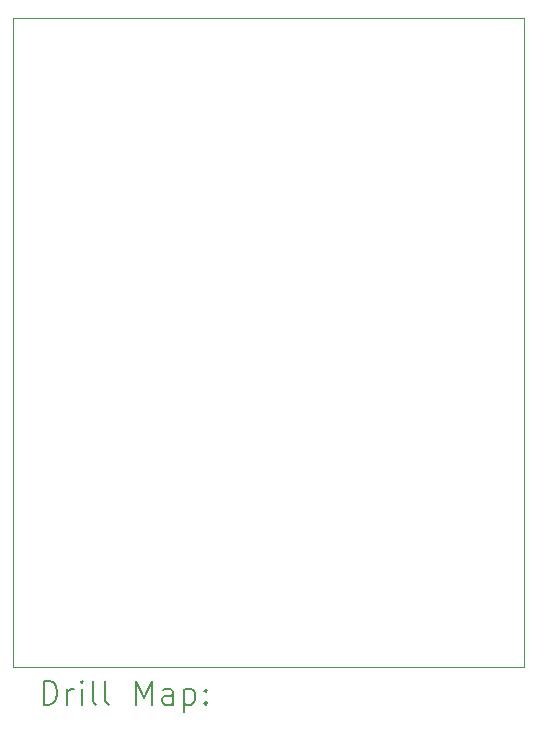
<source format=gbr>
%TF.GenerationSoftware,KiCad,Pcbnew,7.0.9*%
%TF.CreationDate,2024-03-13T22:20:56+01:00*%
%TF.ProjectId,Backlighting_PCB,4261636b-6c69-4676-9874-696e675f5043,rev?*%
%TF.SameCoordinates,Original*%
%TF.FileFunction,Drillmap*%
%TF.FilePolarity,Positive*%
%FSLAX45Y45*%
G04 Gerber Fmt 4.5, Leading zero omitted, Abs format (unit mm)*
G04 Created by KiCad (PCBNEW 7.0.9) date 2024-03-13 22:20:56*
%MOMM*%
%LPD*%
G01*
G04 APERTURE LIST*
%ADD10C,0.100000*%
%ADD11C,0.200000*%
G04 APERTURE END LIST*
D10*
X5750000Y-2500000D02*
X10075000Y-2500000D01*
X10075000Y-8000000D01*
X5750000Y-8000000D01*
X5750000Y-2500000D01*
D11*
X6005777Y-8316484D02*
X6005777Y-8116484D01*
X6005777Y-8116484D02*
X6053396Y-8116484D01*
X6053396Y-8116484D02*
X6081967Y-8126008D01*
X6081967Y-8126008D02*
X6101015Y-8145055D01*
X6101015Y-8145055D02*
X6110539Y-8164103D01*
X6110539Y-8164103D02*
X6120062Y-8202198D01*
X6120062Y-8202198D02*
X6120062Y-8230769D01*
X6120062Y-8230769D02*
X6110539Y-8268865D01*
X6110539Y-8268865D02*
X6101015Y-8287912D01*
X6101015Y-8287912D02*
X6081967Y-8306960D01*
X6081967Y-8306960D02*
X6053396Y-8316484D01*
X6053396Y-8316484D02*
X6005777Y-8316484D01*
X6205777Y-8316484D02*
X6205777Y-8183150D01*
X6205777Y-8221246D02*
X6215301Y-8202198D01*
X6215301Y-8202198D02*
X6224824Y-8192674D01*
X6224824Y-8192674D02*
X6243872Y-8183150D01*
X6243872Y-8183150D02*
X6262920Y-8183150D01*
X6329586Y-8316484D02*
X6329586Y-8183150D01*
X6329586Y-8116484D02*
X6320062Y-8126008D01*
X6320062Y-8126008D02*
X6329586Y-8135531D01*
X6329586Y-8135531D02*
X6339110Y-8126008D01*
X6339110Y-8126008D02*
X6329586Y-8116484D01*
X6329586Y-8116484D02*
X6329586Y-8135531D01*
X6453396Y-8316484D02*
X6434348Y-8306960D01*
X6434348Y-8306960D02*
X6424824Y-8287912D01*
X6424824Y-8287912D02*
X6424824Y-8116484D01*
X6558158Y-8316484D02*
X6539110Y-8306960D01*
X6539110Y-8306960D02*
X6529586Y-8287912D01*
X6529586Y-8287912D02*
X6529586Y-8116484D01*
X6786729Y-8316484D02*
X6786729Y-8116484D01*
X6786729Y-8116484D02*
X6853396Y-8259341D01*
X6853396Y-8259341D02*
X6920062Y-8116484D01*
X6920062Y-8116484D02*
X6920062Y-8316484D01*
X7101015Y-8316484D02*
X7101015Y-8211722D01*
X7101015Y-8211722D02*
X7091491Y-8192674D01*
X7091491Y-8192674D02*
X7072443Y-8183150D01*
X7072443Y-8183150D02*
X7034348Y-8183150D01*
X7034348Y-8183150D02*
X7015301Y-8192674D01*
X7101015Y-8306960D02*
X7081967Y-8316484D01*
X7081967Y-8316484D02*
X7034348Y-8316484D01*
X7034348Y-8316484D02*
X7015301Y-8306960D01*
X7015301Y-8306960D02*
X7005777Y-8287912D01*
X7005777Y-8287912D02*
X7005777Y-8268865D01*
X7005777Y-8268865D02*
X7015301Y-8249817D01*
X7015301Y-8249817D02*
X7034348Y-8240293D01*
X7034348Y-8240293D02*
X7081967Y-8240293D01*
X7081967Y-8240293D02*
X7101015Y-8230769D01*
X7196253Y-8183150D02*
X7196253Y-8383150D01*
X7196253Y-8192674D02*
X7215301Y-8183150D01*
X7215301Y-8183150D02*
X7253396Y-8183150D01*
X7253396Y-8183150D02*
X7272443Y-8192674D01*
X7272443Y-8192674D02*
X7281967Y-8202198D01*
X7281967Y-8202198D02*
X7291491Y-8221246D01*
X7291491Y-8221246D02*
X7291491Y-8278388D01*
X7291491Y-8278388D02*
X7281967Y-8297436D01*
X7281967Y-8297436D02*
X7272443Y-8306960D01*
X7272443Y-8306960D02*
X7253396Y-8316484D01*
X7253396Y-8316484D02*
X7215301Y-8316484D01*
X7215301Y-8316484D02*
X7196253Y-8306960D01*
X7377205Y-8297436D02*
X7386729Y-8306960D01*
X7386729Y-8306960D02*
X7377205Y-8316484D01*
X7377205Y-8316484D02*
X7367682Y-8306960D01*
X7367682Y-8306960D02*
X7377205Y-8297436D01*
X7377205Y-8297436D02*
X7377205Y-8316484D01*
X7377205Y-8192674D02*
X7386729Y-8202198D01*
X7386729Y-8202198D02*
X7377205Y-8211722D01*
X7377205Y-8211722D02*
X7367682Y-8202198D01*
X7367682Y-8202198D02*
X7377205Y-8192674D01*
X7377205Y-8192674D02*
X7377205Y-8211722D01*
M02*

</source>
